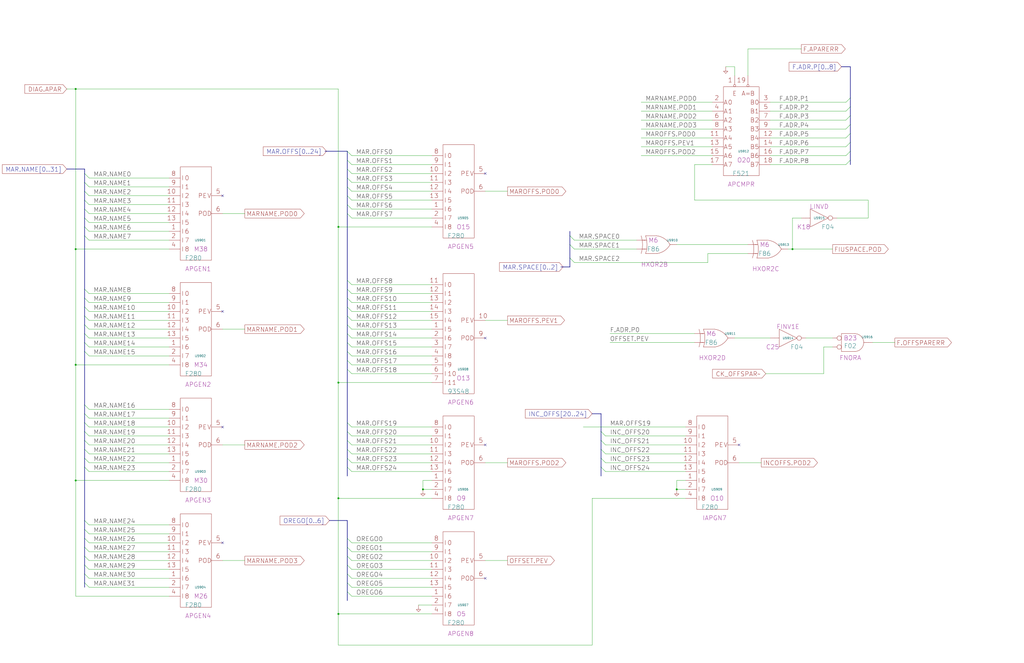
<source format=kicad_sch>
(kicad_sch (version 20211123) (generator eeschema)
  (paper "User" 584.2 378.46)
  (title_block (title "ADDRESS BUS PARITY\\nGENERATOR AND CHECKER") (date "20-MAR-90") (rev "1.0") (comment 1 "FIU") (comment 2 "232-003065") (comment 3 "S400") (comment 4 "RELEASED"))
  (lib_symbols
    (symbol "r1000:93S48" (pin_numbers hide) (pin_names (offset 1.016) hide)
      (property "Reference" "U" (at 2.54 5.08 0))
      (property "Value" "93S48" (at -6.35 -7.62 0))
      (property "Location" "___" (at -1.27 0 0))
      (property "Name" "______" (at 1.27 -15.24 0))
      (symbol "93S48_1_1"
        (rectangle (start -8.89 59.69) (end 8.89 -8.89))
        (text "0" (at -5.08 53.34 0) (effects (font (size 2.54 2.54))))
        (text "0" (at -2.54 2.54 0) (effects (font (size 2.54 2.54))))
        (text "0" (at 15.24 35.56 0) (effects (font (size 2.54 2.54))))
        (text "1" (at -15.24 35.56 0) (effects (font (size 2.54 2.54))))
        (text "1" (at -15.24 40.64 0) (effects (font (size 2.54 2.54))))
        (text "1" (at -15.24 45.72 0) (effects (font (size 2.54 2.54))))
        (text "1" (at -15.24 50.8 0) (effects (font (size 2.54 2.54))))
        (text "1" (at -15.24 55.88 0) (effects (font (size 2.54 2.54))))
        (text "1" (at -12.7 30.48 0) (effects (font (size 2.54 2.54))))
        (text "1" (at -12.7 55.88 0) (effects (font (size 2.54 2.54))))
        (text "1" (at -5.08 -2.54 0) (effects (font (size 2.54 2.54))))
        (text "1" (at -5.08 2.54 0) (effects (font (size 2.54 2.54))))
        (text "1" (at -5.08 48.26 0) (effects (font (size 2.54 2.54))))
        (text "1" (at -2.54 -2.54 0) (effects (font (size 2.54 2.54))))
        (text "1" (at 12.7 35.56 0) (effects (font (size 2.54 2.54))))
        (text "2" (at -12.7 25.4 0) (effects (font (size 2.54 2.54))))
        (text "2" (at -12.7 50.8 0) (effects (font (size 2.54 2.54))))
        (text "2" (at -5.08 43.18 0) (effects (font (size 2.54 2.54))))
        (text "3" (at -12.7 20.32 0) (effects (font (size 2.54 2.54))))
        (text "3" (at -12.7 45.72 0) (effects (font (size 2.54 2.54))))
        (text "3" (at -5.08 38.1 0) (effects (font (size 2.54 2.54))))
        (text "4" (at -12.7 15.24 0) (effects (font (size 2.54 2.54))))
        (text "4" (at -12.7 40.64 0) (effects (font (size 2.54 2.54))))
        (text "4" (at -5.08 33.02 0) (effects (font (size 2.54 2.54))))
        (text "5" (at -12.7 10.16 0) (effects (font (size 2.54 2.54))))
        (text "5" (at -12.7 35.56 0) (effects (font (size 2.54 2.54))))
        (text "5" (at -5.08 27.94 0) (effects (font (size 2.54 2.54))))
        (text "6" (at -12.7 5.08 0) (effects (font (size 2.54 2.54))))
        (text "6" (at -5.08 22.86 0) (effects (font (size 2.54 2.54))))
        (text "7" (at -12.7 0 0) (effects (font (size 2.54 2.54))))
        (text "7" (at -5.08 17.78 0) (effects (font (size 2.54 2.54))))
        (text "8" (at -5.08 12.7 0) (effects (font (size 2.54 2.54))))
        (text "9" (at -5.08 7.62 0) (effects (font (size 2.54 2.54))))
        (text "9" (at 12.7 25.4 0) (effects (font (size 2.54 2.54))))
        (text "D" (at 7.62 22.86 0) (effects (font (size 2.54 2.54))))
        (text "E" (at 5.08 33.02 0) (effects (font (size 2.54 2.54))))
        (text "I" (at -7.62 -2.54 0) (effects (font (size 2.54 2.54))))
        (text "I" (at -7.62 2.54 0) (effects (font (size 2.54 2.54))))
        (text "I" (at -7.62 7.62 0) (effects (font (size 2.54 2.54))))
        (text "I" (at -7.62 12.7 0) (effects (font (size 2.54 2.54))))
        (text "I" (at -7.62 17.78 0) (effects (font (size 2.54 2.54))))
        (text "I" (at -7.62 22.86 0) (effects (font (size 2.54 2.54))))
        (text "I" (at -7.62 27.94 0) (effects (font (size 2.54 2.54))))
        (text "I" (at -7.62 33.02 0) (effects (font (size 2.54 2.54))))
        (text "I" (at -7.62 38.1 0) (effects (font (size 2.54 2.54))))
        (text "I" (at -7.62 43.18 0) (effects (font (size 2.54 2.54))))
        (text "I" (at -7.62 48.26 0) (effects (font (size 2.54 2.54))))
        (text "I" (at -7.62 53.34 0) (effects (font (size 2.54 2.54))))
        (text "O" (at 5.08 22.86 0) (effects (font (size 2.54 2.54))))
        (text "P" (at 2.54 22.86 0) (effects (font (size 2.54 2.54))))
        (text "P" (at 2.54 33.02 0) (effects (font (size 2.54 2.54))))
        (text "V" (at 7.62 33.02 0) (effects (font (size 2.54 2.54))))
        (pin input line (at -15.24 27.94 0) (length 6.35) (name "I5") (number "1"))
        (pin output line (at 15.24 33.02 180) (length 6.35) (name "PEV") (number "10"))
        (pin input line (at -15.24 53.34 0) (length 6.35) (name "I0") (number "11"))
        (pin input line (at -15.24 48.26 0) (length 6.35) (name "I1") (number "12"))
        (pin input line (at -15.24 43.18 0) (length 6.35) (name "I2") (number "13"))
        (pin input line (at -15.24 38.1 0) (length 6.35) (name "I3") (number "14"))
        (pin input line (at -15.24 33.02 0) (length 6.35) (name "I4") (number "15"))
        (pin input line (at -15.24 22.86 0) (length 6.35) (name "I6") (number "2"))
        (pin input line (at -15.24 17.78 0) (length 6.35) (name "I7") (number "3"))
        (pin input line (at -15.24 12.7 0) (length 6.35) (name "I8") (number "4"))
        (pin input line (at -15.24 7.62 0) (length 6.35) (name "I9") (number "5"))
        (pin input line (at -15.24 2.54 0) (length 6.35) (name "I10") (number "6"))
        (pin input line (at -15.24 -2.54 0) (length 6.35) (name "I11") (number "7"))
        (pin output line (at 15.24 22.86 180) (length 6.35) (name "POD") (number "9"))
      )
    )
    (symbol "r1000:F02" (pin_numbers hide) (pin_names hide)
      (property "Reference" "U" (at 12.16 0.635 0))
      (property "Value" "F02" (at -1.27 -4.445 0))
      (property "Location" "___" (at 2.54 0 0))
      (property "Name" "______" (at 2.54 -12.7 0))
      (symbol "F02_0_1"
        (arc (start -3.81 -7.62) (mid -2.9847 -2.54) (end -3.81 2.54) (stroke (width 0.1524)))
        (polyline (pts (xy -5.08 -5.08) (xy -3.175 -5.08)) (stroke (width 0.1524)))
        (polyline (pts (xy -5.08 0) (xy -3.175 0)) (stroke (width 0.1524)))
        (polyline (pts (xy -3.81 -7.62) (xy 2.54 -7.62)) (stroke (width 0.1524)))
        (polyline (pts (xy -3.81 2.54) (xy 2.54 2.54)) (stroke (width 0.1524)))
        (polyline (pts (xy 13.97 -2.54) (xy 12.7 -2.54)) (stroke (width 0.1524)))
        (arc (start 2.54 -7.62) (mid 6.9515 -5.9823) (end 10.16 -2.54) (stroke (width 0.1524)))
        (arc (start 10.16 -2.54) (mid 6.9478 0.8966) (end 2.54 2.54) (stroke (width 0.1524)))
        (circle (center 11.43 -2.54) (radius 1.27) (stroke (width 0.1524)))
      )
      (symbol "F02_0_2"
        (circle (center -3.81 -5.08) (radius 1.27) (stroke (width 0.1524)))
        (circle (center -3.81 0) (radius 1.27) (stroke (width 0.1524)))
        (polyline (pts (xy -2.54 -7.62) (xy 5.08 -7.62)) (stroke (width 0.1524)))
        (polyline (pts (xy -2.54 2.54) (xy -2.54 -7.62)) (stroke (width 0.1524)))
        (polyline (pts (xy -2.54 2.54) (xy 5.08 2.54)) (stroke (width 0.1524)))
        (polyline (pts (xy 11.43 -2.54) (xy 10.16 -2.54)) (stroke (width 0.1524)))
        (polyline (pts (xy 11.43 -2.54) (xy 12.7 -2.54)) (stroke (width 0.1524)))
        (arc (start 5.08 -7.62) (mid 10.1282 -2.54) (end 5.08 2.54) (stroke (width 0.1524)))
      )
      (symbol "F02_1_1"
        (pin input line (at -7.62 0 0) (length 2.54) (name "D0") (number "1"))
        (pin input line (at -7.62 -5.08 0) (length 2.54) (name "D1") (number "2"))
        (pin output line (at 15.24 -2.54 180) (length 1.27) (name "Q") (number "3"))
      )
      (symbol "F02_1_2"
        (pin input line (at -7.62 0 0) (length 2.54) (name "D0") (number "1"))
        (pin input line (at -7.62 -5.08 0) (length 2.54) (name "D1") (number "2"))
        (pin output line (at 15.24 -2.54 180) (length 2.54) (name "Q") (number "3"))
      )
    )
    (symbol "r1000:F04" (pin_numbers hide) (pin_names hide)
      (property "Reference" "U" (at 0 0 0))
      (property "Value" "F04" (at 1.27 -5.08 0))
      (property "Location" "___" (at -12.7 -5.08 0))
      (property "Name" "______" (at 0 5.08 0))
      (symbol "F04_0_1"
        (polyline (pts (xy -7.62 0) (xy -5.08 0)) (stroke (width 0.1524)))
        (polyline (pts (xy -5.08 5.08) (xy -5.08 -5.08)) (stroke (width 0.1524)))
        (polyline (pts (xy 5.08 0) (xy -5.08 -5.08)) (stroke (width 0.1524)))
        (polyline (pts (xy 5.08 0) (xy -5.08 5.08)) (stroke (width 0.1524)))
        (circle (center 6.35 0) (radius 1.27) (stroke (width 0.1524)))
      )
      (symbol "F04_1_1"
        (pin input line (at -10.16 0 0) (length 2.54) (name "D") (number "1"))
        (pin output line (at 10.16 0 180) (length 2.54) (name "Q") (number "2"))
      )
    )
    (symbol "r1000:F280" (pin_numbers hide) (pin_names (offset 1.016) hide)
      (property "Reference" "U" (at 2.54 5.08 0))
      (property "Value" "F280" (at -6.35 -5.08 0))
      (property "Location" "___" (at -1.27 0 0))
      (property "Name" "______" (at 1.27 -12.7 0))
      (symbol "F280_1_1"
        (rectangle (start -8.89 46.99) (end 8.89 -6.35))
        (text "0" (at -12.7 33.02 0) (effects (font (size 2.54 2.54))))
        (text "0" (at -5.08 40.64 0) (effects (font (size 2.54 2.54))))
        (text "1" (at -15.24 17.78 0) (effects (font (size 2.54 2.54))))
        (text "1" (at -15.24 22.86 0) (effects (font (size 2.54 2.54))))
        (text "1" (at -15.24 27.94 0) (effects (font (size 2.54 2.54))))
        (text "1" (at -15.24 33.02 0) (effects (font (size 2.54 2.54))))
        (text "1" (at -12.7 12.7 0) (effects (font (size 2.54 2.54))))
        (text "1" (at -12.7 27.94 0) (effects (font (size 2.54 2.54))))
        (text "1" (at -5.08 35.56 0) (effects (font (size 2.54 2.54))))
        (text "2" (at -12.7 7.62 0) (effects (font (size 2.54 2.54))))
        (text "2" (at -12.7 22.86 0) (effects (font (size 2.54 2.54))))
        (text "2" (at -5.08 30.48 0) (effects (font (size 2.54 2.54))))
        (text "3" (at -12.7 17.78 0) (effects (font (size 2.54 2.54))))
        (text "3" (at -5.08 25.4 0) (effects (font (size 2.54 2.54))))
        (text "4" (at -12.7 2.54 0) (effects (font (size 2.54 2.54))))
        (text "4" (at -5.08 20.32 0) (effects (font (size 2.54 2.54))))
        (text "5" (at -5.08 15.24 0) (effects (font (size 2.54 2.54))))
        (text "5" (at 12.7 33.02 0) (effects (font (size 2.54 2.54))))
        (text "6" (at -5.08 10.16 0) (effects (font (size 2.54 2.54))))
        (text "6" (at 12.7 22.86 0) (effects (font (size 2.54 2.54))))
        (text "7" (at -5.08 5.08 0) (effects (font (size 2.54 2.54))))
        (text "8" (at -12.7 43.18 0) (effects (font (size 2.54 2.54))))
        (text "8" (at -5.08 0 0) (effects (font (size 2.54 2.54))))
        (text "9" (at -12.7 38.1 0) (effects (font (size 2.54 2.54))))
        (text "D" (at 7.62 20.32 0) (effects (font (size 2.54 2.54))))
        (text "E" (at 5.08 30.48 0) (effects (font (size 2.54 2.54))))
        (text "I" (at -7.62 0 0) (effects (font (size 2.54 2.54))))
        (text "I" (at -7.62 5.08 0) (effects (font (size 2.54 2.54))))
        (text "I" (at -7.62 10.16 0) (effects (font (size 2.54 2.54))))
        (text "I" (at -7.62 15.24 0) (effects (font (size 2.54 2.54))))
        (text "I" (at -7.62 20.32 0) (effects (font (size 2.54 2.54))))
        (text "I" (at -7.62 25.4 0) (effects (font (size 2.54 2.54))))
        (text "I" (at -7.62 30.48 0) (effects (font (size 2.54 2.54))))
        (text "I" (at -7.62 35.56 0) (effects (font (size 2.54 2.54))))
        (text "I" (at -7.62 40.64 0) (effects (font (size 2.54 2.54))))
        (text "O" (at 5.08 20.32 0) (effects (font (size 2.54 2.54))))
        (text "P" (at 2.54 20.32 0) (effects (font (size 2.54 2.54))))
        (text "P" (at 2.54 30.48 0) (effects (font (size 2.54 2.54))))
        (text "V" (at 7.62 30.48 0) (effects (font (size 2.54 2.54))))
        (pin input line (at -15.24 10.16 0) (length 6.35) (name "I6") (number "1"))
        (pin input line (at -15.24 30.48 0) (length 6.35) (name "I2") (number "10"))
        (pin input line (at -15.24 25.4 0) (length 6.35) (name "I3") (number "11"))
        (pin input line (at -15.24 20.32 0) (length 6.35) (name "I4") (number "12"))
        (pin input line (at -15.24 15.24 0) (length 6.35) (name "I5") (number "13"))
        (pin input line (at -15.24 5.08 0) (length 6.35) (name "I7") (number "2"))
        (pin input line (at -15.24 0 0) (length 6.35) (name "I8") (number "4"))
        (pin output line (at 15.24 30.48 180) (length 6.35) (name "PEV") (number "5"))
        (pin output line (at 15.24 20.32 180) (length 6.35) (name "POD") (number "6"))
        (pin input line (at -15.24 40.64 0) (length 6.35) (name "I0") (number "8"))
        (pin input line (at -15.24 35.56 0) (length 6.35) (name "I1") (number "9"))
      )
    )
    (symbol "r1000:F521" (pin_numbers hide) (pin_names (offset 1.016) hide)
      (property "Reference" "U" (at 2.54 5.08 0))
      (property "Value" "F521" (at -3.81 -7.62 0))
      (property "Location" "___" (at -1.27 0 0))
      (property "Name" "______" (at 1.27 -15.24 0))
      (symbol "F521_1_1"
        (rectangle (start -8.89 41.91) (end 11.43 -8.89))
        (circle (center -2.54 42.545) (radius 0.635))
        (circle (center 5.08 42.545) (radius 0.635))
        (text "0" (at -5.08 33.02 0) (effects (font (size 2.54 2.54))))
        (text "0" (at 10.16 33.02 0) (effects (font (size 2.54 2.54))))
        (text "1" (at -15.24 0 0) (effects (font (size 2.54 2.54))))
        (text "1" (at -15.24 5.08 0) (effects (font (size 2.54 2.54))))
        (text "1" (at -15.24 10.16 0) (effects (font (size 2.54 2.54))))
        (text "1" (at -15.24 15.24 0) (effects (font (size 2.54 2.54))))
        (text "1" (at -12.7 15.24 0) (effects (font (size 2.54 2.54))))
        (text "1" (at -5.08 27.94 0) (effects (font (size 2.54 2.54))))
        (text "1" (at -5.08 45.72 0) (effects (font (size 2.54 2.54))))
        (text "1" (at 0 45.72 0) (effects (font (size 2.54 2.54))))
        (text "1" (at 10.16 27.94 0) (effects (font (size 2.54 2.54))))
        (text "1" (at 15.24 0 0) (effects (font (size 2.54 2.54))))
        (text "1" (at 15.24 5.08 0) (effects (font (size 2.54 2.54))))
        (text "1" (at 15.24 10.16 0) (effects (font (size 2.54 2.54))))
        (text "1" (at 15.24 15.24 0) (effects (font (size 2.54 2.54))))
        (text "2" (at -12.7 35.56 0) (effects (font (size 2.54 2.54))))
        (text "2" (at -5.08 22.86 0) (effects (font (size 2.54 2.54))))
        (text "2" (at 10.16 22.86 0) (effects (font (size 2.54 2.54))))
        (text "2" (at 17.78 15.24 0) (effects (font (size 2.54 2.54))))
        (text "3" (at -12.7 10.16 0) (effects (font (size 2.54 2.54))))
        (text "3" (at -5.08 17.78 0) (effects (font (size 2.54 2.54))))
        (text "3" (at 10.16 17.78 0) (effects (font (size 2.54 2.54))))
        (text "3" (at 15.24 35.56 0) (effects (font (size 2.54 2.54))))
        (text "4" (at -12.7 30.48 0) (effects (font (size 2.54 2.54))))
        (text "4" (at -5.08 12.7 0) (effects (font (size 2.54 2.54))))
        (text "4" (at 10.16 12.7 0) (effects (font (size 2.54 2.54))))
        (text "4" (at 17.78 10.16 0) (effects (font (size 2.54 2.54))))
        (text "5" (at -12.7 5.08 0) (effects (font (size 2.54 2.54))))
        (text "5" (at -5.08 7.62 0) (effects (font (size 2.54 2.54))))
        (text "5" (at 10.16 7.62 0) (effects (font (size 2.54 2.54))))
        (text "5" (at 15.24 30.48 0) (effects (font (size 2.54 2.54))))
        (text "6" (at -12.7 25.4 0) (effects (font (size 2.54 2.54))))
        (text "6" (at -5.08 2.54 0) (effects (font (size 2.54 2.54))))
        (text "6" (at 10.16 2.54 0) (effects (font (size 2.54 2.54))))
        (text "6" (at 17.78 5.08 0) (effects (font (size 2.54 2.54))))
        (text "7" (at -12.7 0 0) (effects (font (size 2.54 2.54))))
        (text "7" (at -5.08 -2.54 0) (effects (font (size 2.54 2.54))))
        (text "7" (at 10.16 -2.54 0) (effects (font (size 2.54 2.54))))
        (text "7" (at 15.24 25.4 0) (effects (font (size 2.54 2.54))))
        (text "8" (at -12.7 20.32 0) (effects (font (size 2.54 2.54))))
        (text "8" (at 17.78 0 0) (effects (font (size 2.54 2.54))))
        (text "9" (at 2.54 45.72 0) (effects (font (size 2.54 2.54))))
        (text "9" (at 15.24 20.32 0) (effects (font (size 2.54 2.54))))
        (text "=" (at 5.08 38.1 0) (effects (font (size 2.54 2.54))))
        (text "A" (at -7.62 -2.54 0) (effects (font (size 2.54 2.54))))
        (text "A" (at -7.62 2.54 0) (effects (font (size 2.54 2.54))))
        (text "A" (at -7.62 7.62 0) (effects (font (size 2.54 2.54))))
        (text "A" (at -7.62 12.7 0) (effects (font (size 2.54 2.54))))
        (text "A" (at -7.62 17.78 0) (effects (font (size 2.54 2.54))))
        (text "A" (at -7.62 22.86 0) (effects (font (size 2.54 2.54))))
        (text "A" (at -7.62 27.94 0) (effects (font (size 2.54 2.54))))
        (text "A" (at -7.62 33.02 0) (effects (font (size 2.54 2.54))))
        (text "A" (at 2.54 38.1 0) (effects (font (size 2.54 2.54))))
        (text "B" (at 7.62 -2.54 0) (effects (font (size 2.54 2.54))))
        (text "B" (at 7.62 2.54 0) (effects (font (size 2.54 2.54))))
        (text "B" (at 7.62 7.62 0) (effects (font (size 2.54 2.54))))
        (text "B" (at 7.62 12.7 0) (effects (font (size 2.54 2.54))))
        (text "B" (at 7.62 17.78 0) (effects (font (size 2.54 2.54))))
        (text "B" (at 7.62 22.86 0) (effects (font (size 2.54 2.54))))
        (text "B" (at 7.62 27.94 0) (effects (font (size 2.54 2.54))))
        (text "B" (at 7.62 33.02 0) (effects (font (size 2.54 2.54))))
        (text "B" (at 7.62 38.1 0) (effects (font (size 2.54 2.54))))
        (text "E" (at -2.54 38.1 0) (effects (font (size 2.54 2.54))))
        (pin input line (at -2.54 48.26 270) (length 5.08) (name "E_") (number "1"))
        (pin input line (at -15.24 12.7 0) (length 6.35) (name "A4") (number "11"))
        (pin input line (at 17.78 12.7 180) (length 6.35) (name "B4") (number "12"))
        (pin input line (at -15.24 7.62 0) (length 6.35) (name "A5") (number "13"))
        (pin input line (at 17.78 7.62 180) (length 6.35) (name "B5") (number "14"))
        (pin input line (at -15.24 2.54 0) (length 6.35) (name "A6") (number "15"))
        (pin input line (at 17.78 2.54 180) (length 6.35) (name "B6") (number "16"))
        (pin input line (at -15.24 -2.54 0) (length 6.35) (name "A7") (number "17"))
        (pin input line (at 17.78 -2.54 180) (length 6.35) (name "B7") (number "18"))
        (pin output line (at 5.08 48.26 270) (length 5.08) (name "A=B_") (number "19"))
        (pin input line (at -15.24 33.02 0) (length 6.35) (name "A0") (number "2"))
        (pin input line (at 17.78 33.02 180) (length 6.35) (name "B0") (number "3"))
        (pin input line (at -15.24 27.94 0) (length 6.35) (name "A1") (number "4"))
        (pin input line (at 17.78 27.94 180) (length 6.35) (name "B1") (number "5"))
        (pin input line (at -15.24 22.86 0) (length 6.35) (name "A2") (number "6"))
        (pin input line (at 17.78 22.86 180) (length 6.35) (name "B2") (number "7"))
        (pin input line (at -15.24 17.78 0) (length 6.35) (name "A3") (number "8"))
        (pin input line (at 17.78 17.78 180) (length 6.35) (name "B3") (number "9"))
      )
    )
    (symbol "r1000:F86" (pin_numbers hide) (pin_names hide)
      (property "Reference" "U" (at 12.7 2.54 0))
      (property "Value" "F86" (at 1.905 -2.54 0))
      (property "Location" "___" (at 1.905 2.54 0))
      (property "Name" "______" (at 2.54 -12.7 0))
      (symbol "F86_0_0"
        (arc (start -5.0873 -5.08) (mid -4.2626 0) (end -5.0873 5.08) (stroke (width 0.1524)))
        (arc (start -2.5473 -5.08) (mid -1.7226 0) (end -2.5473 5.08) (stroke (width 0.1524)))
        (polyline (pts (xy -2.54 -5.08) (xy 3.81 -5.08)) (stroke (width 0.1524)))
        (polyline (pts (xy -2.54 5.08) (xy 3.81 5.08)) (stroke (width 0.1524)))
        (arc (start 3.81 -5.08) (mid 8.2204 -3.4405) (end 11.43 0) (stroke (width 0.1524)))
        (arc (start 11.43 0) (mid 8.2216 3.4424) (end 3.81 5.08) (stroke (width 0.1524)))
      )
      (symbol "F86_0_1"
        (polyline (pts (xy -3.81 -2.54) (xy -1.905 -2.54)) (stroke (width 0.1524)))
        (polyline (pts (xy -3.81 2.54) (xy -1.905 2.54)) (stroke (width 0.1524)))
        (polyline (pts (xy 12.7 0) (xy 11.43 0)) (stroke (width 0.1524)))
      )
      (symbol "F86_1_1"
        (pin input line (at -7.62 2.54 0) (length 5.08) (name "D0") (number "1"))
        (pin input line (at -7.62 -2.54 0) (length 5.08) (name "D1") (number "2"))
        (pin output line (at 15.24 0 180) (length 2.54) (name "Q") (number "3"))
      )
    )
    (symbol "r1000:PD" (power) (pin_numbers hide) (pin_names hide) (in_bom no)
      (symbol "PD_0_1"
        (polyline (pts (xy 0 -2.54) (xy 1.27 -2.54) (xy 0 -3.81) (xy -1.27 -2.54) (xy 0 -2.54)) (stroke (width 0.1524)))
      )
      (symbol "PD_1_1"
        (pin power_in line (at 0 0 270) (length 2.54) (name "PD") (number "1"))
      )
    )
  )
  (junction (at 193.04 129.54))
  (junction (at 193.04 284.48))
  (junction (at 452.12 142.24))
  (junction (at 43.18 142.24))
  (junction (at 43.18 274.32))
  (junction (at 241.3 279.4))
  (junction (at 43.18 50.8))
  (junction (at 193.04 350.52))
  (junction (at 193.04 218.44))
  (junction (at 43.18 208.28))
  (junction (at 386.08 279.4))
  (no_connect (at 276.86 330.2))
  (no_connect (at 276.86 99.06))
  (no_connect (at 276.86 193.04))
  (no_connect (at 421.64 254))
  (no_connect (at 127 243.84))
  (no_connect (at 127 177.8))
  (no_connect (at 127 309.88))
  (no_connect (at 127 111.76))
  (no_connect (at 276.86 254))
  (bus_entry (at 198.12 327.66) (size 2.54 2.54))
  (bus_entry (at 48.26 322.58) (size 2.54 2.54))
  (bus_entry (at 198.12 241.3) (size 2.54 2.54))
  (bus_entry (at 198.12 190.5) (size 2.54 2.54))
  (bus_entry (at 198.12 256.54) (size 2.54 2.54))
  (bus_entry (at 198.12 307.34) (size 2.54 2.54))
  (bus_entry (at 198.12 200.66) (size 2.54 2.54))
  (bus_entry (at 198.12 210.82) (size 2.54 2.54))
  (bus_entry (at 48.26 312.42) (size 2.54 2.54))
  (bus_entry (at 48.26 297.18) (size 2.54 2.54))
  (bus_entry (at 48.26 251.46) (size 2.54 2.54))
  (bus_entry (at 48.26 104.14) (size 2.54 2.54))
  (bus_entry (at 198.12 116.84) (size 2.54 2.54))
  (bus_entry (at 48.26 195.58) (size 2.54 2.54))
  (bus_entry (at 198.12 261.62) (size 2.54 2.54))
  (bus_entry (at 48.26 256.54) (size 2.54 2.54))
  (bus_entry (at 198.12 180.34) (size 2.54 2.54))
  (bus_entry (at 342.9 256.54) (size 2.54 2.54))
  (bus_entry (at 198.12 266.7) (size 2.54 2.54))
  (bus_entry (at 48.26 109.22) (size 2.54 2.54))
  (bus_entry (at 48.26 241.3) (size 2.54 2.54))
  (bus_entry (at 198.12 175.26) (size 2.54 2.54))
  (bus_entry (at 198.12 160.02) (size 2.54 2.54))
  (bus_entry (at 325.12 134.62) (size 2.54 2.54))
  (bus_entry (at 325.12 139.7) (size 2.54 2.54))
  (bus_entry (at 325.12 147.32) (size 2.54 2.54))
  (bus_entry (at 48.26 261.62) (size 2.54 2.54))
  (bus_entry (at 198.12 86.36) (size 2.54 2.54))
  (bus_entry (at 48.26 200.66) (size 2.54 2.54))
  (bus_entry (at 198.12 101.6) (size 2.54 2.54))
  (bus_entry (at 342.9 261.62) (size 2.54 2.54))
  (bus_entry (at 48.26 302.26) (size 2.54 2.54))
  (bus_entry (at 198.12 91.44) (size 2.54 2.54))
  (bus_entry (at 198.12 251.46) (size 2.54 2.54))
  (bus_entry (at 342.9 246.38) (size 2.54 2.54))
  (bus_entry (at 48.26 99.06) (size 2.54 2.54))
  (bus_entry (at 198.12 317.5) (size 2.54 2.54))
  (bus_entry (at 485.14 91.44) (size -2.54 2.54))
  (bus_entry (at 485.14 71.12) (size -2.54 2.54))
  (bus_entry (at 485.14 60.96) (size -2.54 2.54))
  (bus_entry (at 48.26 165.1) (size 2.54 2.54))
  (bus_entry (at 342.9 266.7) (size 2.54 2.54))
  (bus_entry (at 198.12 312.42) (size 2.54 2.54))
  (bus_entry (at 485.14 81.28) (size -2.54 2.54))
  (bus_entry (at 48.26 180.34) (size 2.54 2.54))
  (bus_entry (at 48.26 119.38) (size 2.54 2.54))
  (bus_entry (at 198.12 322.58) (size 2.54 2.54))
  (bus_entry (at 48.26 175.26) (size 2.54 2.54))
  (bus_entry (at 198.12 332.74) (size 2.54 2.54))
  (bus_entry (at 48.26 134.62) (size 2.54 2.54))
  (bus_entry (at 48.26 236.22) (size 2.54 2.54))
  (bus_entry (at 48.26 317.5) (size 2.54 2.54))
  (bus_entry (at 48.26 327.66) (size 2.54 2.54))
  (bus_entry (at 198.12 96.52) (size 2.54 2.54))
  (bus_entry (at 48.26 114.3) (size 2.54 2.54))
  (bus_entry (at 48.26 266.7) (size 2.54 2.54))
  (bus_entry (at 198.12 170.18) (size 2.54 2.54))
  (bus_entry (at 198.12 337.82) (size 2.54 2.54))
  (bus_entry (at 198.12 205.74) (size 2.54 2.54))
  (bus_entry (at 485.14 66.04) (size -2.54 2.54))
  (bus_entry (at 198.12 111.76) (size 2.54 2.54))
  (bus_entry (at 198.12 165.1) (size 2.54 2.54))
  (bus_entry (at 342.9 251.46) (size 2.54 2.54))
  (bus_entry (at 48.26 170.18) (size 2.54 2.54))
  (bus_entry (at 48.26 307.34) (size 2.54 2.54))
  (bus_entry (at 48.26 190.5) (size 2.54 2.54))
  (bus_entry (at 485.14 76.2) (size -2.54 2.54))
  (bus_entry (at 198.12 246.38) (size 2.54 2.54))
  (bus_entry (at 48.26 129.54) (size 2.54 2.54))
  (bus_entry (at 48.26 124.46) (size 2.54 2.54))
  (bus_entry (at 48.26 231.14) (size 2.54 2.54))
  (bus_entry (at 485.14 55.88) (size -2.54 2.54))
  (bus_entry (at 198.12 106.68) (size 2.54 2.54))
  (bus_entry (at 48.26 185.42) (size 2.54 2.54))
  (bus_entry (at 48.26 246.38) (size 2.54 2.54))
  (bus_entry (at 198.12 195.58) (size 2.54 2.54))
  (bus_entry (at 198.12 185.42) (size 2.54 2.54))
  (bus_entry (at 485.14 86.36) (size -2.54 2.54))
  (bus_entry (at 48.26 332.74) (size 2.54 2.54))
  (bus_entry (at 198.12 121.92) (size 2.54 2.54))
  (wire (pts (xy 276.86 320.04) (xy 289.56 320.04)))
  (bus (pts (xy 198.12 205.74) (xy 198.12 210.82)))
  (wire (pts (xy 50.8 248.92) (xy 96.52 248.92)))
  (bus (pts (xy 198.12 111.76) (xy 198.12 116.84)))
  (wire (pts (xy 459.74 193.04) (xy 474.98 193.04)))
  (bus (pts (xy 198.12 195.58) (xy 198.12 200.66)))
  (wire (pts (xy 365.76 63.5) (xy 406.4 63.5)))
  (wire (pts (xy 50.8 137.16) (xy 96.52 137.16)))
  (wire (pts (xy 365.76 68.58) (xy 406.4 68.58)))
  (bus (pts (xy 325.12 139.7) (xy 325.12 147.32)))
  (wire (pts (xy 365.76 83.82) (xy 406.4 83.82)))
  (bus (pts (xy 48.26 134.62) (xy 48.26 165.1)))
  (bus (pts (xy 198.12 246.38) (xy 198.12 251.46)))
  (bus (pts (xy 198.12 312.42) (xy 198.12 317.5)))
  (wire (pts (xy 332.74 243.84) (xy 391.16 243.84)))
  (bus (pts (xy 48.26 266.7) (xy 48.26 297.18)))
  (bus (pts (xy 485.14 71.12) (xy 485.14 76.2)))
  (wire (pts (xy 200.66 124.46) (xy 246.38 124.46)))
  (bus (pts (xy 198.12 332.74) (xy 198.12 337.82)))
  (wire (pts (xy 43.18 274.32) (xy 96.52 274.32)))
  (wire (pts (xy 200.66 203.2) (xy 246.38 203.2)))
  (bus (pts (xy 198.12 175.26) (xy 198.12 180.34)))
  (bus (pts (xy 48.26 190.5) (xy 48.26 195.58)))
  (wire (pts (xy 200.66 193.04) (xy 246.38 193.04)))
  (wire (pts (xy 327.66 137.16) (xy 363.22 137.16)))
  (wire (pts (xy 449.58 142.24) (xy 452.12 142.24)))
  (wire (pts (xy 452.12 142.24) (xy 474.98 142.24)))
  (bus (pts (xy 198.12 160.02) (xy 198.12 165.1)))
  (wire (pts (xy 238.76 345.44) (xy 246.38 345.44)))
  (bus (pts (xy 48.26 124.46) (xy 48.26 129.54)))
  (wire (pts (xy 193.04 129.54) (xy 246.38 129.54)))
  (wire (pts (xy 439.42 83.82) (xy 482.6 83.82)))
  (wire (pts (xy 439.42 73.66) (xy 482.6 73.66)))
  (bus (pts (xy 198.12 116.84) (xy 198.12 121.92)))
  (wire (pts (xy 127 254) (xy 139.7 254)))
  (bus (pts (xy 198.12 180.34) (xy 198.12 185.42)))
  (bus (pts (xy 342.9 266.7) (xy 342.9 271.78)))
  (wire (pts (xy 327.66 142.24) (xy 363.22 142.24)))
  (wire (pts (xy 347.98 190.5) (xy 396.24 190.5)))
  (wire (pts (xy 50.8 111.76) (xy 96.52 111.76)))
  (wire (pts (xy 200.66 259.08) (xy 246.38 259.08)))
  (wire (pts (xy 403.86 144.78) (xy 403.86 149.86)))
  (wire (pts (xy 403.86 149.86) (xy 327.66 149.86)))
  (wire (pts (xy 426.72 144.78) (xy 403.86 144.78)))
  (wire (pts (xy 50.8 330.2) (xy 96.52 330.2)))
  (wire (pts (xy 50.8 314.96) (xy 96.52 314.96)))
  (bus (pts (xy 198.12 322.58) (xy 198.12 327.66)))
  (wire (pts (xy 193.04 218.44) (xy 246.38 218.44)))
  (wire (pts (xy 200.66 114.3) (xy 246.38 114.3)))
  (wire (pts (xy 200.66 314.96) (xy 246.38 314.96)))
  (wire (pts (xy 50.8 132.08) (xy 96.52 132.08)))
  (wire (pts (xy 38.1 50.8) (xy 43.18 50.8)))
  (bus (pts (xy 48.26 307.34) (xy 48.26 312.42)))
  (wire (pts (xy 200.66 177.8) (xy 246.38 177.8)))
  (wire (pts (xy 43.18 208.28) (xy 96.52 208.28)))
  (bus (pts (xy 198.12 210.82) (xy 198.12 241.3)))
  (wire (pts (xy 200.66 340.36) (xy 246.38 340.36)))
  (wire (pts (xy 200.66 213.36) (xy 246.38 213.36)))
  (bus (pts (xy 198.12 121.92) (xy 198.12 160.02)))
  (bus (pts (xy 198.12 91.44) (xy 198.12 96.52)))
  (wire (pts (xy 419.1 38.1) (xy 414.02 38.1)))
  (wire (pts (xy 419.1 43.18) (xy 419.1 38.1)))
  (wire (pts (xy 386.08 139.7) (xy 426.72 139.7)))
  (wire (pts (xy 127 320.04) (xy 139.7 320.04)))
  (bus (pts (xy 48.26 236.22) (xy 48.26 241.3)))
  (wire (pts (xy 43.18 142.24) (xy 96.52 142.24)))
  (wire (pts (xy 386.08 274.32) (xy 386.08 279.4)))
  (wire (pts (xy 391.16 274.32) (xy 386.08 274.32)))
  (bus (pts (xy 198.12 327.66) (xy 198.12 332.74)))
  (bus (pts (xy 480.06 38.1) (xy 485.14 38.1)))
  (bus (pts (xy 485.14 38.1) (xy 485.14 55.88)))
  (bus (pts (xy 48.26 317.5) (xy 48.26 322.58)))
  (bus (pts (xy 342.9 261.62) (xy 342.9 266.7)))
  (wire (pts (xy 50.8 121.92) (xy 96.52 121.92)))
  (bus (pts (xy 48.26 99.06) (xy 48.26 104.14)))
  (bus (pts (xy 485.14 91.44) (xy 485.14 93.98)))
  (bus (pts (xy 325.12 147.32) (xy 325.12 152.4)))
  (bus (pts (xy 342.9 251.46) (xy 342.9 256.54)))
  (wire (pts (xy 50.8 198.12) (xy 96.52 198.12)))
  (wire (pts (xy 347.98 195.58) (xy 396.24 195.58)))
  (wire (pts (xy 50.8 309.88) (xy 96.52 309.88)))
  (wire (pts (xy 200.66 99.06) (xy 246.38 99.06)))
  (wire (pts (xy 452.12 124.46) (xy 452.12 142.24)))
  (wire (pts (xy 457.2 124.46) (xy 452.12 124.46)))
  (bus (pts (xy 485.14 86.36) (xy 485.14 91.44)))
  (wire (pts (xy 200.66 109.22) (xy 246.38 109.22)))
  (wire (pts (xy 396.24 93.98) (xy 406.4 93.98)))
  (wire (pts (xy 396.24 114.3) (xy 396.24 93.98)))
  (wire (pts (xy 477.52 124.46) (xy 495.3 124.46)))
  (wire (pts (xy 495.3 114.3) (xy 396.24 114.3)))
  (wire (pts (xy 495.3 124.46) (xy 495.3 114.3)))
  (bus (pts (xy 198.12 241.3) (xy 198.12 246.38)))
  (bus (pts (xy 198.12 96.52) (xy 198.12 101.6)))
  (bus (pts (xy 38.1 96.52) (xy 48.26 96.52)))
  (bus (pts (xy 48.26 96.52) (xy 48.26 99.06)))
  (wire (pts (xy 200.66 119.38) (xy 246.38 119.38)))
  (bus (pts (xy 48.26 322.58) (xy 48.26 327.66)))
  (bus (pts (xy 342.9 246.38) (xy 342.9 251.46)))
  (wire (pts (xy 50.8 304.8) (xy 96.52 304.8)))
  (bus (pts (xy 198.12 190.5) (xy 198.12 195.58)))
  (bus (pts (xy 48.26 185.42) (xy 48.26 190.5)))
  (wire (pts (xy 241.3 274.32) (xy 241.3 279.4)))
  (wire (pts (xy 246.38 274.32) (xy 241.3 274.32)))
  (wire (pts (xy 127 187.96) (xy 139.7 187.96)))
  (bus (pts (xy 48.26 104.14) (xy 48.26 109.22)))
  (bus (pts (xy 48.26 165.1) (xy 48.26 170.18)))
  (bus (pts (xy 198.12 165.1) (xy 198.12 170.18)))
  (wire (pts (xy 200.66 335.28) (xy 246.38 335.28)))
  (wire (pts (xy 193.04 350.52) (xy 246.38 350.52)))
  (bus (pts (xy 198.12 101.6) (xy 198.12 106.68)))
  (bus (pts (xy 198.12 251.46) (xy 198.12 256.54)))
  (wire (pts (xy 50.8 167.64) (xy 96.52 167.64)))
  (bus (pts (xy 48.26 256.54) (xy 48.26 261.62)))
  (wire (pts (xy 345.44 269.24) (xy 391.16 269.24)))
  (wire (pts (xy 200.66 167.64) (xy 246.38 167.64)))
  (wire (pts (xy 193.04 284.48) (xy 246.38 284.48)))
  (bus (pts (xy 48.26 231.14) (xy 48.26 236.22)))
  (wire (pts (xy 50.8 177.8) (xy 96.52 177.8)))
  (wire (pts (xy 50.8 269.24) (xy 96.52 269.24)))
  (bus (pts (xy 198.12 266.7) (xy 198.12 271.78)))
  (wire (pts (xy 365.76 88.9) (xy 406.4 88.9)))
  (wire (pts (xy 421.64 264.16) (xy 434.34 264.16)))
  (wire (pts (xy 365.76 58.42) (xy 406.4 58.42)))
  (wire (pts (xy 50.8 238.76) (xy 96.52 238.76)))
  (bus (pts (xy 48.26 195.58) (xy 48.26 200.66)))
  (wire (pts (xy 200.66 162.56) (xy 246.38 162.56)))
  (bus (pts (xy 342.9 256.54) (xy 342.9 261.62)))
  (wire (pts (xy 439.42 88.9) (xy 482.6 88.9)))
  (wire (pts (xy 50.8 127) (xy 96.52 127)))
  (wire (pts (xy 345.44 264.16) (xy 391.16 264.16)))
  (bus (pts (xy 198.12 106.68) (xy 198.12 111.76)))
  (wire (pts (xy 43.18 340.36) (xy 96.52 340.36)))
  (wire (pts (xy 439.42 68.58) (xy 482.6 68.58)))
  (wire (pts (xy 386.08 279.4) (xy 391.16 279.4)))
  (wire (pts (xy 200.66 172.72) (xy 246.38 172.72)))
  (wire (pts (xy 50.8 106.68) (xy 96.52 106.68)))
  (bus (pts (xy 48.26 200.66) (xy 48.26 231.14)))
  (bus (pts (xy 485.14 55.88) (xy 485.14 60.96)))
  (bus (pts (xy 48.26 175.26) (xy 48.26 180.34)))
  (bus (pts (xy 48.26 180.34) (xy 48.26 185.42)))
  (wire (pts (xy 43.18 50.8) (xy 193.04 50.8)))
  (wire (pts (xy 43.18 142.24) (xy 43.18 50.8)))
  (wire (pts (xy 43.18 208.28) (xy 43.18 142.24)))
  (wire (pts (xy 43.18 274.32) (xy 43.18 208.28)))
  (wire (pts (xy 43.18 340.36) (xy 43.18 274.32)))
  (wire (pts (xy 193.04 50.8) (xy 193.04 129.54)))
  (wire (pts (xy 193.04 129.54) (xy 193.04 218.44)))
  (wire (pts (xy 193.04 218.44) (xy 193.04 284.48)))
  (wire (pts (xy 193.04 284.48) (xy 193.04 350.52)))
  (bus (pts (xy 198.12 200.66) (xy 198.12 205.74)))
  (wire (pts (xy 419.1 193.04) (xy 439.42 193.04)))
  (bus (pts (xy 185.42 86.36) (xy 198.12 86.36)))
  (bus (pts (xy 198.12 86.36) (xy 198.12 91.44)))
  (wire (pts (xy 50.8 243.84) (xy 96.52 243.84)))
  (wire (pts (xy 276.86 109.22) (xy 289.56 109.22)))
  (wire (pts (xy 365.76 78.74) (xy 406.4 78.74)))
  (wire (pts (xy 50.8 335.28) (xy 96.52 335.28)))
  (wire (pts (xy 50.8 325.12) (xy 96.52 325.12)))
  (bus (pts (xy 198.12 307.34) (xy 198.12 312.42)))
  (wire (pts (xy 50.8 264.16) (xy 96.52 264.16)))
  (wire (pts (xy 50.8 172.72) (xy 96.52 172.72)))
  (wire (pts (xy 276.86 182.88) (xy 289.56 182.88)))
  (bus (pts (xy 48.26 327.66) (xy 48.26 332.74)))
  (wire (pts (xy 439.42 63.5) (xy 482.6 63.5)))
  (wire (pts (xy 200.66 104.14) (xy 246.38 104.14)))
  (bus (pts (xy 485.14 66.04) (xy 485.14 71.12)))
  (wire (pts (xy 365.76 73.66) (xy 406.4 73.66)))
  (bus (pts (xy 198.12 261.62) (xy 198.12 266.7)))
  (wire (pts (xy 439.42 58.42) (xy 482.6 58.42)))
  (bus (pts (xy 48.26 170.18) (xy 48.26 175.26)))
  (bus (pts (xy 48.26 119.38) (xy 48.26 124.46)))
  (wire (pts (xy 200.66 208.28) (xy 246.38 208.28)))
  (wire (pts (xy 469.9 198.12) (xy 469.9 213.36)))
  (wire (pts (xy 469.9 213.36) (xy 436.88 213.36)))
  (wire (pts (xy 474.98 198.12) (xy 469.9 198.12)))
  (bus (pts (xy 48.26 302.26) (xy 48.26 307.34)))
  (bus (pts (xy 325.12 134.62) (xy 325.12 139.7)))
  (bus (pts (xy 48.26 129.54) (xy 48.26 134.62)))
  (wire (pts (xy 200.66 187.96) (xy 246.38 187.96)))
  (bus (pts (xy 198.12 256.54) (xy 198.12 261.62)))
  (wire (pts (xy 200.66 309.88) (xy 246.38 309.88)))
  (wire (pts (xy 345.44 248.92) (xy 391.16 248.92)))
  (wire (pts (xy 426.72 27.94) (xy 457.2 27.94)))
  (wire (pts (xy 426.72 43.18) (xy 426.72 27.94)))
  (wire (pts (xy 200.66 88.9) (xy 246.38 88.9)))
  (bus (pts (xy 485.14 81.28) (xy 485.14 86.36)))
  (bus (pts (xy 337.82 236.22) (xy 342.9 236.22)))
  (bus (pts (xy 342.9 236.22) (xy 342.9 246.38)))
  (wire (pts (xy 276.86 264.16) (xy 289.56 264.16)))
  (wire (pts (xy 241.3 279.4) (xy 246.38 279.4)))
  (wire (pts (xy 50.8 320.04) (xy 96.52 320.04)))
  (wire (pts (xy 497.84 195.58) (xy 510.54 195.58)))
  (wire (pts (xy 200.66 198.12) (xy 246.38 198.12)))
  (wire (pts (xy 50.8 254) (xy 96.52 254)))
  (wire (pts (xy 200.66 248.92) (xy 246.38 248.92)))
  (wire (pts (xy 200.66 325.12) (xy 246.38 325.12)))
  (wire (pts (xy 50.8 259.08) (xy 96.52 259.08)))
  (bus (pts (xy 48.26 332.74) (xy 48.26 335.28)))
  (wire (pts (xy 127 121.92) (xy 139.7 121.92)))
  (bus (pts (xy 485.14 76.2) (xy 485.14 81.28)))
  (wire (pts (xy 200.66 93.98) (xy 246.38 93.98)))
  (bus (pts (xy 320.04 152.4) (xy 325.12 152.4)))
  (bus (pts (xy 325.12 132.08) (xy 325.12 134.62)))
  (wire (pts (xy 439.42 93.98) (xy 482.6 93.98)))
  (wire (pts (xy 50.8 233.68) (xy 96.52 233.68)))
  (bus (pts (xy 48.26 246.38) (xy 48.26 251.46)))
  (wire (pts (xy 200.66 243.84) (xy 246.38 243.84)))
  (wire (pts (xy 200.66 254) (xy 246.38 254)))
  (wire (pts (xy 200.66 264.16) (xy 246.38 264.16)))
  (bus (pts (xy 48.26 241.3) (xy 48.26 246.38)))
  (wire (pts (xy 50.8 203.2) (xy 96.52 203.2)))
  (wire (pts (xy 200.66 269.24) (xy 246.38 269.24)))
  (bus (pts (xy 48.26 251.46) (xy 48.26 256.54)))
  (wire (pts (xy 50.8 187.96) (xy 96.52 187.96)))
  (wire (pts (xy 345.44 259.08) (xy 391.16 259.08)))
  (wire (pts (xy 50.8 101.6) (xy 96.52 101.6)))
  (bus (pts (xy 485.14 60.96) (xy 485.14 66.04)))
  (bus (pts (xy 198.12 185.42) (xy 198.12 190.5)))
  (bus (pts (xy 48.26 297.18) (xy 48.26 302.26)))
  (wire (pts (xy 50.8 193.04) (xy 96.52 193.04)))
  (bus (pts (xy 48.26 261.62) (xy 48.26 266.7)))
  (bus (pts (xy 48.26 312.42) (xy 48.26 317.5)))
  (bus (pts (xy 48.26 114.3) (xy 48.26 119.38)))
  (wire (pts (xy 200.66 182.88) (xy 246.38 182.88)))
  (wire (pts (xy 337.82 284.48) (xy 391.16 284.48)))
  (wire (pts (xy 200.66 330.2) (xy 246.38 330.2)))
  (wire (pts (xy 50.8 182.88) (xy 96.52 182.88)))
  (bus (pts (xy 198.12 337.82) (xy 198.12 342.9)))
  (bus (pts (xy 198.12 170.18) (xy 198.12 175.26)))
  (wire (pts (xy 50.8 299.72) (xy 96.52 299.72)))
  (bus (pts (xy 48.26 109.22) (xy 48.26 114.3)))
  (wire (pts (xy 345.44 254) (xy 391.16 254)))
  (wire (pts (xy 439.42 78.74) (xy 482.6 78.74)))
  (wire (pts (xy 50.8 116.84) (xy 96.52 116.84)))
  (bus (pts (xy 187.96 297.18) (xy 198.12 297.18)))
  (bus (pts (xy 198.12 297.18) (xy 198.12 307.34)))
  (bus (pts (xy 198.12 317.5) (xy 198.12 322.58)))
  (wire (pts (xy 193.04 350.52) (xy 193.04 368.3)))
  (wire (pts (xy 193.04 368.3) (xy 337.82 368.3)))
  (wire (pts (xy 337.82 284.48) (xy 337.82 368.3)))
  (wire (pts (xy 200.66 320.04) (xy 246.38 320.04)))
  (label "F.ADR.P6" (at 444.5 83.82 0) (effects (font (size 2.54 2.54))))
  (label "MAR.SPACE2" (at 330.2 149.86 0) (effects (font (size 2.54 2.54))))
  (label "MARNAME.POD0" (at 368.3 58.42 0) (effects (font (size 2.54 2.54))))
  (label "OREGO3" (at 203.2 325.12 0) (effects (font (size 2.54 2.54))))
  (label "MAR.OFFS9" (at 203.2 167.64 0) (effects (font (size 2.54 2.54))))
  (label "MAR.NAME9" (at 53.34 172.72 0) (effects (font (size 2.54 2.54))))
  (label "MAROFFS.POD0" (at 368.3 78.74 0) (effects (font (size 2.54 2.54))))
  (label "MARNAME.POD3" (at 368.3 73.66 0) (effects (font (size 2.54 2.54))))
  (label "F.ADR.P8" (at 444.5 93.98 0) (effects (font (size 2.54 2.54))))
  (label "MAR.NAME6" (at 53.34 132.08 0) (effects (font (size 2.54 2.54))))
  (label "INC_OFFS24" (at 347.98 269.24 0) (effects (font (size 2.54 2.54))))
  (label "MAR.OFFS0" (at 203.2 88.9 0) (effects (font (size 2.54 2.54))))
  (label "MAR.NAME11" (at 53.34 182.88 0) (effects (font (size 2.54 2.54))))
  (label "MAR.NAME3" (at 53.34 116.84 0) (effects (font (size 2.54 2.54))))
  (label "MAR.NAME25" (at 53.34 304.8 0) (effects (font (size 2.54 2.54))))
  (label "MAR.OFFS19" (at 203.2 243.84 0) (effects (font (size 2.54 2.54))))
  (label "MAR.NAME24" (at 53.34 299.72 0) (effects (font (size 2.54 2.54))))
  (label "MAR.OFFS15" (at 203.2 198.12 0) (effects (font (size 2.54 2.54))))
  (label "MAR.NAME0" (at 53.34 101.6 0) (effects (font (size 2.54 2.54))))
  (label "F.ADR.P3" (at 444.5 68.58 0) (effects (font (size 2.54 2.54))))
  (label "MAR.OFFS23" (at 203.2 264.16 0) (effects (font (size 2.54 2.54))))
  (label "F.ADR.P2" (at 444.5 63.5 0) (effects (font (size 2.54 2.54))))
  (label "MAR.OFFS17" (at 203.2 208.28 0) (effects (font (size 2.54 2.54))))
  (label "MAR.NAME31" (at 53.34 335.28 0) (effects (font (size 2.54 2.54))))
  (label "MAR.NAME29" (at 53.34 325.12 0) (effects (font (size 2.54 2.54))))
  (label "OREGO0" (at 203.2 309.88 0) (effects (font (size 2.54 2.54))))
  (label "OREGO2" (at 203.2 320.04 0) (effects (font (size 2.54 2.54))))
  (label "MAR.NAME20" (at 53.34 254 0) (effects (font (size 2.54 2.54))))
  (label "OREGO4" (at 203.2 330.2 0) (effects (font (size 2.54 2.54))))
  (label "MAR.OFFS6" (at 203.2 119.38 0) (effects (font (size 2.54 2.54))))
  (label "MAR.OFFS21" (at 203.2 254 0) (effects (font (size 2.54 2.54))))
  (label "MAR.NAME23" (at 53.34 269.24 0) (effects (font (size 2.54 2.54))))
  (label "MAR.OFFS8" (at 203.2 162.56 0) (effects (font (size 2.54 2.54))))
  (label "OREGO6" (at 203.2 340.36 0) (effects (font (size 2.54 2.54))))
  (label "MAR.SPACE1" (at 330.2 142.24 0) (effects (font (size 2.54 2.54))))
  (label "MAR.NAME21" (at 53.34 259.08 0) (effects (font (size 2.54 2.54))))
  (label "MARNAME.POD1" (at 368.3 63.5 0) (effects (font (size 2.54 2.54))))
  (label "MAR.NAME28" (at 53.34 320.04 0) (effects (font (size 2.54 2.54))))
  (label "MARNAME.POD2" (at 368.3 68.58 0) (effects (font (size 2.54 2.54))))
  (label "F.ADR.P4" (at 444.5 73.66 0) (effects (font (size 2.54 2.54))))
  (label "MAR.OFFS12" (at 203.2 182.88 0) (effects (font (size 2.54 2.54))))
  (label "MAR.NAME19" (at 53.34 248.92 0) (effects (font (size 2.54 2.54))))
  (label "MAR.OFFS11" (at 203.2 177.8 0) (effects (font (size 2.54 2.54))))
  (label "MAR.NAME12" (at 53.34 187.96 0) (effects (font (size 2.54 2.54))))
  (label "MAR.NAME10" (at 53.34 177.8 0) (effects (font (size 2.54 2.54))))
  (label "MAR.OFFS24" (at 203.2 269.24 0) (effects (font (size 2.54 2.54))))
  (label "MAR.OFFS2" (at 203.2 99.06 0) (effects (font (size 2.54 2.54))))
  (label "MAROFFS.POD2" (at 368.3 88.9 0) (effects (font (size 2.54 2.54))))
  (label "INC_OFFS22" (at 347.98 259.08 0) (effects (font (size 2.54 2.54))))
  (label "MAR.OFFS16" (at 203.2 203.2 0) (effects (font (size 2.54 2.54))))
  (label "MAR.OFFS13" (at 203.2 187.96 0) (effects (font (size 2.54 2.54))))
  (label "MAR.OFFS19" (at 347.98 243.84 0) (effects (font (size 2.54 2.54))))
  (label "F.ADR.P0" (at 347.98 190.5 0) (effects (font (size 2.54 2.54))))
  (label "MAR.OFFS1" (at 203.2 93.98 0) (effects (font (size 2.54 2.54))))
  (label "OFFSET.PEV" (at 347.98 195.58 0) (effects (font (size 2.54 2.54))))
  (label "MAR.NAME14" (at 53.34 198.12 0) (effects (font (size 2.54 2.54))))
  (label "MAR.OFFS4" (at 203.2 109.22 0) (effects (font (size 2.54 2.54))))
  (label "OREGO5" (at 203.2 335.28 0) (effects (font (size 2.54 2.54))))
  (label "MAR.OFFS14" (at 203.2 193.04 0) (effects (font (size 2.54 2.54))))
  (label "MAR.OFFS20" (at 203.2 248.92 0) (effects (font (size 2.54 2.54))))
  (label "MAR.NAME26" (at 53.34 309.88 0) (effects (font (size 2.54 2.54))))
  (label "MAR.NAME15" (at 53.34 203.2 0) (effects (font (size 2.54 2.54))))
  (label "MAR.NAME7" (at 53.34 137.16 0) (effects (font (size 2.54 2.54))))
  (label "MAROFFS.PEV1" (at 368.3 83.82 0) (effects (font (size 2.54 2.54))))
  (label "MAR.NAME4" (at 53.34 121.92 0) (effects (font (size 2.54 2.54))))
  (label "MAR.NAME5" (at 53.34 127 0) (effects (font (size 2.54 2.54))))
  (label "MAR.OFFS3" (at 203.2 104.14 0) (effects (font (size 2.54 2.54))))
  (label "MAR.NAME13" (at 53.34 193.04 0) (effects (font (size 2.54 2.54))))
  (label "MAR.SPACE0" (at 330.2 137.16 0) (effects (font (size 2.54 2.54))))
  (label "MAR.NAME30" (at 53.34 330.2 0) (effects (font (size 2.54 2.54))))
  (label "F.ADR.P5" (at 444.5 78.74 0) (effects (font (size 2.54 2.54))))
  (label "OREGO1" (at 203.2 314.96 0) (effects (font (size 2.54 2.54))))
  (label "INC_OFFS23" (at 347.98 264.16 0) (effects (font (size 2.54 2.54))))
  (label "MAR.NAME2" (at 53.34 111.76 0) (effects (font (size 2.54 2.54))))
  (label "INC_OFFS20" (at 347.98 248.92 0) (effects (font (size 2.54 2.54))))
  (label "INC_OFFS21" (at 347.98 254 0) (effects (font (size 2.54 2.54))))
  (label "MAR.NAME1" (at 53.34 106.68 0) (effects (font (size 2.54 2.54))))
  (label "F.ADR.P7" (at 444.5 88.9 0) (effects (font (size 2.54 2.54))))
  (label "MAR.OFFS18" (at 203.2 213.36 0) (effects (font (size 2.54 2.54))))
  (label "MAR.NAME18" (at 53.34 243.84 0) (effects (font (size 2.54 2.54))))
  (label "MAR.OFFS5" (at 203.2 114.3 0) (effects (font (size 2.54 2.54))))
  (label "MAR.OFFS10" (at 203.2 172.72 0) (effects (font (size 2.54 2.54))))
  (label "MAR.NAME8" (at 53.34 167.64 0) (effects (font (size 2.54 2.54))))
  (label "MAR.NAME16" (at 53.34 233.68 0) (effects (font (size 2.54 2.54))))
  (label "MAR.OFFS22" (at 203.2 259.08 0) (effects (font (size 2.54 2.54))))
  (label "MAR.OFFS7" (at 203.2 124.46 0) (effects (font (size 2.54 2.54))))
  (label "MAR.NAME22" (at 53.34 264.16 0) (effects (font (size 2.54 2.54))))
  (label "MAR.NAME27" (at 53.34 314.96 0) (effects (font (size 2.54 2.54))))
  (label "F.ADR.P1" (at 444.5 58.42 0) (effects (font (size 2.54 2.54))))
  (label "MAR.NAME17" (at 53.34 238.76 0) (effects (font (size 2.54 2.54))))
  (global_label "MARNAME.POD3" (shape output) (at 139.7 320.04 0) (effects (font (size 2.54 2.54))) (property "Intersheet References" "${INTERSHEET_REFS}" (at 173.5546 319.8813 0) (effects (font (size 2.54 2.54)) (justify left))))
  (global_label "MAROFFS.POD2" (shape output) (at 289.56 264.16 0) (effects (font (size 2.54 2.54))) (property "Intersheet References" "${INTERSHEET_REFS}" (at 322.8098 264.0013 0) (effects (font (size 2.54 2.54)) (justify left))))
  (global_label "MAR.OFFS[0..24]" (shape input) (at 186.3131 86.36 180) (effects (font (size 2.54 2.54))) (property "Intersheet References" "${INTERSHEET_REFS}" (at 150.1604 86.2013 0) (effects (font (size 2.54 2.54)) (justify right))))
  (global_label "FIUSPACE.POD" (shape output) (at 474.98 142.24 0) (effects (font (size 2.54 2.54))) (property "Intersheet References" "${INTERSHEET_REFS}" (at 506.7784 142.0813 0) (effects (font (size 2.54 2.54)) (justify left))))
  (global_label "F.APARERR" (shape output) (at 457.2 27.94 0) (effects (font (size 2.54 2.54))) (property "Intersheet References" "${INTERSHEET_REFS}" (at 482.225 27.7813 0) (effects (font (size 2.54 2.54)) (justify left))))
  (global_label "DIAG.APAR" (shape input) (at 38.1 50.8 180) (effects (font (size 2.54 2.54))) (property "Intersheet References" "${INTERSHEET_REFS}" (at 14.1635 50.6413 0) (effects (font (size 2.54 2.54)) (justify right))))
  (global_label "MARNAME.POD2" (shape output) (at 139.7 254 0) (effects (font (size 2.54 2.54))) (property "Intersheet References" "${INTERSHEET_REFS}" (at 173.5546 253.8413 0) (effects (font (size 2.54 2.54)) (justify left))))
  (global_label "CK_OFFSPAR~" (shape input) (at 436.88 213.36 180) (effects (font (size 2.54 2.54))) (property "Intersheet References" "${INTERSHEET_REFS}" (at 406.533 213.2013 0) (effects (font (size 2.54 2.54)) (justify right))))
  (global_label "MAR.NAME[0..31]" (shape input) (at 38.1 96.52 180) (effects (font (size 2.54 2.54))) (property "Intersheet References" "${INTERSHEET_REFS}" (at 1.3426 96.3613 0) (effects (font (size 2.54 2.54)) (justify right))))
  (global_label "MARNAME.POD1" (shape output) (at 139.7 187.96 0) (effects (font (size 2.54 2.54))) (property "Intersheet References" "${INTERSHEET_REFS}" (at 173.5546 187.8013 0) (effects (font (size 2.54 2.54)) (justify left))))
  (global_label "OREGO[0..6]" (shape input) (at 187.96 297.18 180) (effects (font (size 2.54 2.54))) (property "Intersheet References" "${INTERSHEET_REFS}" (at 159.7902 297.0213 0) (effects (font (size 2.54 2.54)) (justify right))))
  (global_label "INCOFFS.POD2" (shape output) (at 434.34 264.16 0) (effects (font (size 2.54 2.54))) (property "Intersheet References" "${INTERSHEET_REFS}" (at 466.3803 264.0013 0) (effects (font (size 2.54 2.54)) (justify left))))
  (global_label "MAR.SPACE[0..2]" (shape input) (at 321.2882 152.4 180) (effects (font (size 2.54 2.54))) (property "Intersheet References" "${INTERSHEET_REFS}" (at 285.0146 152.2413 0) (effects (font (size 2.54 2.54)) (justify right))))
  (global_label "F.OFFSPARERR" (shape output) (at 510.54 195.58 0) (effects (font (size 2.54 2.54))) (property "Intersheet References" "${INTERSHEET_REFS}" (at 542.8222 195.4213 0) (effects (font (size 2.54 2.54)) (justify left))))
  (global_label "OFFSET.PEV" (shape output) (at 289.56 320.04 0) (effects (font (size 2.54 2.54))) (property "Intersheet References" "${INTERSHEET_REFS}" (at 316.2784 319.8813 0) (effects (font (size 2.54 2.54)) (justify left))))
  (global_label "INC_OFFS[20..24]" (shape input) (at 337.82 236.22 180) (effects (font (size 2.54 2.54))) (property "Intersheet References" "${INTERSHEET_REFS}" (at 299.7321 236.0613 0) (effects (font (size 2.54 2.54)) (justify right))))
  (global_label "MAROFFS.POD0" (shape output) (at 289.56 109.22 0) (effects (font (size 2.54 2.54))) (property "Intersheet References" "${INTERSHEET_REFS}" (at 322.8098 109.0613 0) (effects (font (size 2.54 2.54)) (justify left))))
  (global_label "MAROFFS.PEV1" (shape output) (at 289.56 182.88 0) (effects (font (size 2.54 2.54))) (property "Intersheet References" "${INTERSHEET_REFS}" (at 322.0841 182.7213 0) (effects (font (size 2.54 2.54)) (justify left))))
  (global_label "F.ADR.P[0..8]" (shape input) (at 480.06 38.1 180) (effects (font (size 2.54 2.54))) (property "Intersheet References" "${INTERSHEET_REFS}" (at 450.1969 37.9413 0) (effects (font (size 2.54 2.54)) (justify right))))
  (global_label "MARNAME.POD0" (shape output) (at 139.7 121.92 0) (effects (font (size 2.54 2.54))) (property "Intersheet References" "${INTERSHEET_REFS}" (at 173.5546 121.7613 0) (effects (font (size 2.54 2.54)) (justify left))))
  (symbol (lib_id "r1000:F04") (at 467.36 124.46 0) (unit 1)
    (property "Reference" "U5915" (at 467.36 124.46 0))
    (property "Value" "F04" (at 468.63 129.54 0) (effects (font (size 2.54 2.54)) (justify left)))
    (property "Location" "K18" (at 454.66 129.54 0) (effects (font (size 2.54 2.54)) (justify left)))
    (property "Name" "LINVD" (at 467.36 119.38 0) (effects (font (size 2.54 2.54)) (justify bottom)))
  )
  (symbol (lib_id "r1000:PD") (at 241.3 279.4 0) (unit 1) (in_bom no)
    (property "Reference" "#PWR0172" (effects hide))
    (property "Value" "PD" (effects hide))
  )
  (symbol (lib_id "r1000:F04") (at 449.58 193.04 0) (unit 1)
    (property "Reference" "U5914" (at 449.58 193.04 0))
    (property "Value" "F04" (at 450.85 198.12 0) (effects (font (size 2.54 2.54)) (justify left)))
    (property "Location" "C25" (at 436.88 198.12 0) (effects (font (size 2.54 2.54)) (justify left)))
    (property "Name" "FINV1E" (at 449.58 187.96 0) (effects (font (size 2.54 2.54)) (justify bottom)))
  )
  (symbol (lib_id "r1000:PD") (at 386.08 279.4 0) (unit 1) (in_bom no)
    (property "Reference" "#PWR05902" (effects hide))
    (property "Value" "PD" (effects hide))
  )
  (symbol (lib_id "r1000:F280") (at 261.62 284.48 0) (unit 1)
    (property "Reference" "U5906" (at 264.16 279.4 0))
    (property "Value" "F280" (at 255.27 289.56 0) (effects (font (size 2.54 2.54)) (justify left)))
    (property "Location" "O9" (at 260.35 284.48 0) (effects (font (size 2.54 2.54)) (justify left)))
    (property "Name" "APGEN7" (at 262.89 297.18 0) (effects (font (size 2.54 2.54)) (justify bottom)))
  )
  (symbol (lib_id "r1000:F521") (at 421.64 91.44 0) (unit 1)
    (property "Reference" "U5912" (at 424.18 86.36 0))
    (property "Value" "F521" (at 417.83 99.06 0) (effects (font (size 2.54 2.54)) (justify left)))
    (property "Location" "O20" (at 420.37 91.44 0) (effects (font (size 2.54 2.54)) (justify left)))
    (property "Name" "APCMPR" (at 422.91 106.68 0) (effects (font (size 2.54 2.54)) (justify bottom)))
  )
  (symbol (lib_id "r1000:F280") (at 261.62 350.52 0) (unit 1)
    (property "Reference" "U5907" (at 264.16 345.44 0))
    (property "Value" "F280" (at 255.27 355.6 0) (effects (font (size 2.54 2.54)) (justify left)))
    (property "Location" "O5" (at 260.35 350.52 0) (effects (font (size 2.54 2.54)) (justify left)))
    (property "Name" "APGEN8" (at 262.89 363.22 0) (effects (font (size 2.54 2.54)) (justify bottom)))
  )
  (symbol (lib_id "r1000:F280") (at 406.4 284.48 0) (unit 1)
    (property "Reference" "U5909" (at 408.94 279.4 0))
    (property "Value" "F280" (at 400.05 289.56 0) (effects (font (size 2.54 2.54)) (justify left)))
    (property "Location" "O10" (at 405.13 284.48 0) (effects (font (size 2.54 2.54)) (justify left)))
    (property "Name" "IAPGN7" (at 407.67 297.18 0) (effects (font (size 2.54 2.54)) (justify bottom)))
  )
  (symbol (lib_id "r1000:F280") (at 111.76 274.32 0) (unit 1)
    (property "Reference" "U5903" (at 114.3 269.24 0))
    (property "Value" "F280" (at 105.41 279.4 0) (effects (font (size 2.54 2.54)) (justify left)))
    (property "Location" "M30" (at 110.49 274.32 0) (effects (font (size 2.54 2.54)) (justify left)))
    (property "Name" "APGEN3" (at 113.03 287.02 0) (effects (font (size 2.54 2.54)) (justify bottom)))
  )
  (symbol (lib_id "r1000:F280") (at 111.76 340.36 0) (unit 1)
    (property "Reference" "U5904" (at 114.3 335.28 0))
    (property "Value" "F280" (at 105.41 345.44 0) (effects (font (size 2.54 2.54)) (justify left)))
    (property "Location" "M26" (at 110.49 340.36 0) (effects (font (size 2.54 2.54)) (justify left)))
    (property "Name" "APGEN4" (at 113.03 353.06 0) (effects (font (size 2.54 2.54)) (justify bottom)))
  )
  (symbol (lib_id "r1000:F02") (at 482.6 193.04 0) (unit 1) (convert 2)
    (property "Reference" "U5916" (at 494.76 192.405 0))
    (property "Value" "F02" (at 481.33 197.485 0) (effects (font (size 2.54 2.54)) (justify left)))
    (property "Location" "B23" (at 485.14 193.04 0) (effects (font (size 2.54 2.54))))
    (property "Name" "FNORA" (at 485.14 205.74 0) (effects (font (size 2.54 2.54)) (justify bottom)))
  )
  (symbol (lib_id "r1000:F280") (at 261.62 129.54 0) (unit 1)
    (property "Reference" "U5905" (at 264.16 124.46 0))
    (property "Value" "F280" (at 255.27 134.62 0) (effects (font (size 2.54 2.54)) (justify left)))
    (property "Location" "O15" (at 260.35 129.54 0) (effects (font (size 2.54 2.54)) (justify left)))
    (property "Name" "APGEN5" (at 262.89 142.24 0) (effects (font (size 2.54 2.54)) (justify bottom)))
  )
  (symbol (lib_id "r1000:F86") (at 434.34 142.24 0) (unit 1)
    (property "Reference" "U5913" (at 447.04 139.7 0))
    (property "Value" "F86" (at 436.245 144.78 0) (effects (font (size 2.54 2.54))))
    (property "Location" "M6" (at 436.245 139.7 0) (effects (font (size 2.54 2.54))))
    (property "Name" "HXOR2C" (at 436.88 154.94 0) (effects (font (size 2.54 2.54)) (justify bottom)))
  )
  (symbol (lib_id "r1000:93S48") (at 261.62 215.9 0) (unit 1)
    (property "Reference" "U5908" (at 264.16 210.82 0))
    (property "Value" "93S48" (at 255.27 223.52 0) (effects (font (size 2.54 2.54)) (justify left)))
    (property "Location" "O13" (at 260.35 215.9 0) (effects (font (size 2.54 2.54)) (justify left)))
    (property "Name" "APGEN6" (at 262.89 231.14 0) (effects (font (size 2.54 2.54)) (justify bottom)))
  )
  (symbol (lib_id "r1000:F86") (at 403.86 193.04 0) (unit 1)
    (property "Reference" "U5911" (at 416.56 190.5 0))
    (property "Value" "F86" (at 405.765 195.58 0) (effects (font (size 2.54 2.54))))
    (property "Location" "M6" (at 405.765 190.5 0) (effects (font (size 2.54 2.54))))
    (property "Name" "HXOR2D" (at 406.4 205.74 0) (effects (font (size 2.54 2.54)) (justify bottom)))
  )
  (symbol (lib_id "r1000:F86") (at 370.84 139.7 0) (unit 1)
    (property "Reference" "U5910" (at 383.54 137.16 0))
    (property "Value" "F86" (at 372.745 142.24 0) (effects (font (size 2.54 2.54))))
    (property "Location" "M6" (at 372.745 137.16 0) (effects (font (size 2.54 2.54))))
    (property "Name" "HXOR2B" (at 373.38 152.4 0) (effects (font (size 2.54 2.54)) (justify bottom)))
  )
  (symbol (lib_id "r1000:F280") (at 111.76 208.28 0) (unit 1)
    (property "Reference" "U5902" (at 114.3 203.2 0))
    (property "Value" "F280" (at 105.41 213.36 0) (effects (font (size 2.54 2.54)) (justify left)))
    (property "Location" "M34" (at 110.49 208.28 0) (effects (font (size 2.54 2.54)) (justify left)))
    (property "Name" "APGEN2" (at 113.03 220.98 0) (effects (font (size 2.54 2.54)) (justify bottom)))
  )
  (symbol (lib_id "r1000:F280") (at 111.76 142.24 0) (unit 1)
    (property "Reference" "U5901" (at 114.3 137.16 0))
    (property "Value" "F280" (at 105.41 147.32 0) (effects (font (size 2.54 2.54)) (justify left)))
    (property "Location" "M38" (at 110.49 142.24 0) (effects (font (size 2.54 2.54)) (justify left)))
    (property "Name" "APGEN1" (at 113.03 154.94 0) (effects (font (size 2.54 2.54)) (justify bottom)))
  )
  (symbol (lib_id "r1000:PD") (at 414.02 38.1 0) (unit 1) (in_bom no)
    (property "Reference" "#PWR05903" (effects hide))
    (property "Value" "PD" (effects hide))
  )
  (symbol (lib_id "r1000:PD") (at 238.76 345.44 0) (unit 1) (in_bom no)
    (property "Reference" "#PWR05901" (effects hide))
    (property "Value" "PD" (effects hide))
  )
)
</source>
